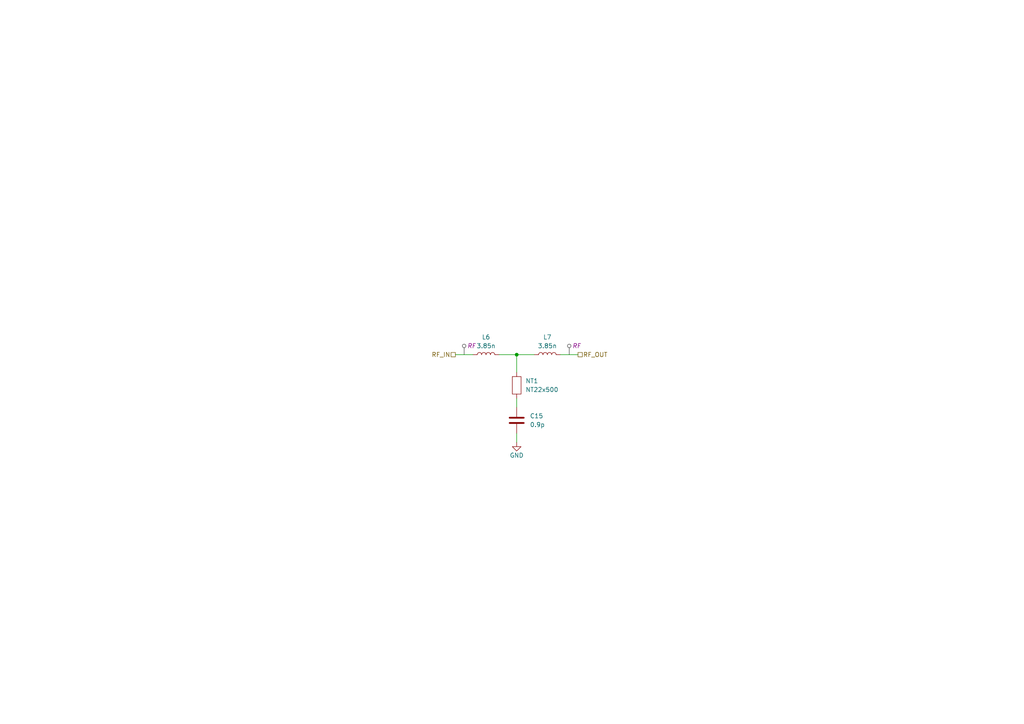
<source format=kicad_sch>
(kicad_sch
	(version 20231120)
	(generator "eeschema")
	(generator_version "8.0")
	(uuid "38a3f22c-1fe0-4651-81f0-164dd08c6e82")
	(paper "A4")
	(title_block
		(title "S-Band 1W Amplifier Prototype")
		(date "2024-08-23")
		(rev "0")
		(company "Wireless and Control Systems LLC")
		(comment 1 "Dan Tatum")
	)
	(lib_symbols
		(symbol "power:GND"
			(power)
			(pin_numbers hide)
			(pin_names
				(offset 0) hide)
			(exclude_from_sim no)
			(in_bom yes)
			(on_board yes)
			(property "Reference" "#PWR"
				(at 0 -6.35 0)
				(effects
					(font
						(size 1.27 1.27)
					)
					(hide yes)
				)
			)
			(property "Value" "GND"
				(at 0 -3.81 0)
				(effects
					(font
						(size 1.27 1.27)
					)
				)
			)
			(property "Footprint" ""
				(at 0 0 0)
				(effects
					(font
						(size 1.27 1.27)
					)
					(hide yes)
				)
			)
			(property "Datasheet" ""
				(at 0 0 0)
				(effects
					(font
						(size 1.27 1.27)
					)
					(hide yes)
				)
			)
			(property "Description" "Power symbol creates a global label with name \"GND\" , ground"
				(at 0 0 0)
				(effects
					(font
						(size 1.27 1.27)
					)
					(hide yes)
				)
			)
			(property "ki_keywords" "global power"
				(at 0 0 0)
				(effects
					(font
						(size 1.27 1.27)
					)
					(hide yes)
				)
			)
			(symbol "GND_0_1"
				(polyline
					(pts
						(xy 0 0) (xy 0 -1.27) (xy 1.27 -1.27) (xy 0 -2.54) (xy -1.27 -1.27) (xy 0 -1.27)
					)
					(stroke
						(width 0)
						(type default)
					)
					(fill
						(type none)
					)
				)
			)
			(symbol "GND_1_1"
				(pin power_in line
					(at 0 0 270)
					(length 0)
					(name "~"
						(effects
							(font
								(size 1.27 1.27)
							)
						)
					)
					(number "1"
						(effects
							(font
								(size 1.27 1.27)
							)
						)
					)
				)
			)
		)
		(symbol "proj_library:0906-4JLC"
			(pin_numbers hide)
			(pin_names
				(offset 1.016) hide)
			(exclude_from_sim no)
			(in_bom yes)
			(on_board yes)
			(property "Reference" "L"
				(at 1.27 2.54 0)
				(effects
					(font
						(size 1.27 1.27)
					)
					(justify left)
				)
			)
			(property "Value" "3.85n"
				(at 1.27 -2.54 0)
				(effects
					(font
						(size 1.27 1.27)
					)
					(justify left)
				)
			)
			(property "Footprint" "proj_library:CC0906-4L"
				(at 0 -3.81 0)
				(effects
					(font
						(size 1.27 1.27)
					)
					(hide yes)
				)
			)
			(property "Datasheet" ""
				(at 0 0 0)
				(effects
					(font
						(size 1.27 1.27)
					)
					(hide yes)
				)
			)
			(property "Description" "0906-4JLC"
				(at 0 0 0)
				(effects
					(font
						(size 1.27 1.27)
					)
					(hide yes)
				)
			)
			(property "Manufacturer" "Coilcraft"
				(at 0 3.81 0)
				(effects
					(font
						(size 1.27 1.27)
					)
					(hide yes)
				)
			)
			(property "ki_keywords" "ind inductor 0906"
				(at 0 0 0)
				(effects
					(font
						(size 1.27 1.27)
					)
					(hide yes)
				)
			)
			(property "ki_fp_filters" "Choke_* *Coil* Inductor_* L_*"
				(at 0 0 0)
				(effects
					(font
						(size 1.27 1.27)
					)
					(hide yes)
				)
			)
			(symbol "0906-4JLC_0_1"
				(arc
					(start 0 -2.54)
					(mid 0.6323 -1.905)
					(end 0 -1.27)
					(stroke
						(width 0)
						(type default)
					)
					(fill
						(type none)
					)
				)
				(arc
					(start 0 -1.27)
					(mid 0.6323 -0.635)
					(end 0 0)
					(stroke
						(width 0)
						(type default)
					)
					(fill
						(type none)
					)
				)
				(arc
					(start 0 0)
					(mid 0.6323 0.635)
					(end 0 1.27)
					(stroke
						(width 0)
						(type default)
					)
					(fill
						(type none)
					)
				)
				(arc
					(start 0 1.27)
					(mid 0.6323 1.905)
					(end 0 2.54)
					(stroke
						(width 0)
						(type default)
					)
					(fill
						(type none)
					)
				)
			)
			(symbol "0906-4JLC_1_1"
				(pin passive line
					(at 0 3.81 270)
					(length 1.27)
					(name "1"
						(effects
							(font
								(size 1.27 1.27)
							)
						)
					)
					(number "1"
						(effects
							(font
								(size 1.27 1.27)
							)
						)
					)
				)
				(pin passive line
					(at 0 -3.81 90)
					(length 1.27)
					(name "2"
						(effects
							(font
								(size 1.27 1.27)
							)
						)
					)
					(number "2"
						(effects
							(font
								(size 1.27 1.27)
							)
						)
					)
				)
			)
		)
		(symbol "proj_library:NT22x500"
			(pin_numbers hide)
			(pin_names
				(offset 0.254)
			)
			(exclude_from_sim no)
			(in_bom no)
			(on_board yes)
			(property "Reference" "NT"
				(at 1.27 2.54 0)
				(effects
					(font
						(size 1.27 1.27)
					)
					(justify left)
				)
			)
			(property "Value" "NT22x500"
				(at 1.27 -2.54 0)
				(effects
					(font
						(size 1.27 1.27)
					)
					(justify left)
				)
			)
			(property "Footprint" "proj_library:NT22x500"
				(at 0 -3.81 0)
				(effects
					(font
						(size 1.27 1.27)
					)
					(hide yes)
				)
			)
			(property "Datasheet" ""
				(at 0 0 0)
				(effects
					(font
						(size 1.27 1.27)
					)
					(hide yes)
				)
			)
			(property "Description" "Net tie 22x500mil"
				(at 0 0 0)
				(effects
					(font
						(size 1.27 1.27)
					)
					(hide yes)
				)
			)
			(property "ki_keywords" "net tie"
				(at 0 0 0)
				(effects
					(font
						(size 1.27 1.27)
					)
					(hide yes)
				)
			)
			(property "ki_fp_filters" "C_*"
				(at 0 0 0)
				(effects
					(font
						(size 1.27 1.27)
					)
					(hide yes)
				)
			)
			(symbol "NT22x500_0_1"
				(rectangle
					(start -1.27 2.54)
					(end 1.27 -2.54)
					(stroke
						(width 0)
						(type default)
					)
					(fill
						(type none)
					)
				)
			)
			(symbol "NT22x500_1_1"
				(pin passive line
					(at 0 3.81 270)
					(length 1.27)
					(name ""
						(effects
							(font
								(size 1.27 1.27)
							)
						)
					)
					(number "1"
						(effects
							(font
								(size 1.27 1.27)
							)
						)
					)
				)
				(pin passive line
					(at 0 -3.81 90)
					(length 1.27)
					(name ""
						(effects
							(font
								(size 1.27 1.27)
							)
						)
					)
					(number "2"
						(effects
							(font
								(size 1.27 1.27)
							)
						)
					)
				)
			)
		)
		(symbol "proj_library:QSCP251Q0R9B1GV001T"
			(pin_numbers hide)
			(pin_names
				(offset 0.254)
			)
			(exclude_from_sim no)
			(in_bom yes)
			(on_board yes)
			(property "Reference" "C"
				(at 0.635 2.54 0)
				(effects
					(font
						(size 1.27 1.27)
					)
					(justify left)
				)
			)
			(property "Value" "0.9p"
				(at 0.635 -2.54 0)
				(effects
					(font
						(size 1.27 1.27)
					)
					(justify left)
				)
			)
			(property "Footprint" "proj_library:RFC0603"
				(at 0 -3.81 0)
				(effects
					(font
						(size 1.27 1.27)
					)
					(hide yes)
				)
			)
			(property "Datasheet" ""
				(at 0 0 0)
				(effects
					(font
						(size 1.27 1.27)
					)
					(hide yes)
				)
			)
			(property "Description" "CAP CER 0.9PF 250V C0G/NP0 0603"
				(at 0 0 0)
				(effects
					(font
						(size 1.27 1.27)
					)
					(hide yes)
				)
			)
			(property "ki_keywords" "C cap capacitor"
				(at 0 0 0)
				(effects
					(font
						(size 1.27 1.27)
					)
					(hide yes)
				)
			)
			(property "ki_fp_filters" "C_*"
				(at 0 0 0)
				(effects
					(font
						(size 1.27 1.27)
					)
					(hide yes)
				)
			)
			(symbol "QSCP251Q0R9B1GV001T_0_1"
				(polyline
					(pts
						(xy -2.032 -0.762) (xy 2.032 -0.762)
					)
					(stroke
						(width 0.508)
						(type default)
					)
					(fill
						(type none)
					)
				)
				(polyline
					(pts
						(xy -2.032 0.762) (xy 2.032 0.762)
					)
					(stroke
						(width 0.508)
						(type default)
					)
					(fill
						(type none)
					)
				)
			)
			(symbol "QSCP251Q0R9B1GV001T_1_1"
				(pin passive line
					(at 0 3.81 270)
					(length 2.794)
					(name "~"
						(effects
							(font
								(size 1.27 1.27)
							)
						)
					)
					(number "1"
						(effects
							(font
								(size 1.27 1.27)
							)
						)
					)
				)
				(pin passive line
					(at 0 -3.81 90)
					(length 2.794)
					(name "~"
						(effects
							(font
								(size 1.27 1.27)
							)
						)
					)
					(number "2"
						(effects
							(font
								(size 1.27 1.27)
							)
						)
					)
				)
			)
		)
	)
	(junction
		(at 149.86 102.87)
		(diameter 0)
		(color 0 0 0 0)
		(uuid "8b94b681-80d8-4300-a4ce-b75d0431d27f")
	)
	(wire
		(pts
			(xy 144.78 102.87) (xy 149.86 102.87)
		)
		(stroke
			(width 0)
			(type default)
		)
		(uuid "2631ce7b-2c64-47ae-a96f-f169dab81497")
	)
	(wire
		(pts
			(xy 149.86 125.73) (xy 149.86 128.27)
		)
		(stroke
			(width 0)
			(type default)
		)
		(uuid "35bf3585-04f6-4d35-91b6-53aae5c1e22e")
	)
	(wire
		(pts
			(xy 132.08 102.87) (xy 137.16 102.87)
		)
		(stroke
			(width 0)
			(type default)
		)
		(uuid "59de88e5-c937-4627-bd79-7ec70203c956")
	)
	(wire
		(pts
			(xy 162.56 102.87) (xy 167.64 102.87)
		)
		(stroke
			(width 0)
			(type default)
		)
		(uuid "5d45875d-8d91-4d5b-bdef-77f0753a94ab")
	)
	(wire
		(pts
			(xy 149.86 102.87) (xy 154.94 102.87)
		)
		(stroke
			(width 0)
			(type default)
		)
		(uuid "6057df50-05e1-4311-a5d5-6aa884c493dc")
	)
	(wire
		(pts
			(xy 149.86 115.57) (xy 149.86 118.11)
		)
		(stroke
			(width 0)
			(type default)
		)
		(uuid "bda0f2f2-96c5-4633-95f9-8887338ff1fa")
	)
	(wire
		(pts
			(xy 149.86 102.87) (xy 149.86 107.95)
		)
		(stroke
			(width 0)
			(type default)
		)
		(uuid "db8eb9e8-1a7b-453a-945a-15029bdb1eef")
	)
	(hierarchical_label "RF_OUT"
		(shape passive)
		(at 167.64 102.87 0)
		(fields_autoplaced yes)
		(effects
			(font
				(size 1.27 1.27)
			)
			(justify left)
		)
		(uuid "a2b8745b-5859-4830-850a-a20514986ec4")
	)
	(hierarchical_label "RF_IN"
		(shape passive)
		(at 132.08 102.87 180)
		(fields_autoplaced yes)
		(effects
			(font
				(size 1.27 1.27)
			)
			(justify right)
		)
		(uuid "a7309b55-6f47-49be-a19c-d69588ae301f")
	)
	(netclass_flag ""
		(length 2.54)
		(shape round)
		(at 134.62 102.87 0)
		(effects
			(font
				(size 1.27 1.27)
			)
			(justify left bottom)
		)
		(uuid "7e6284c5-d9da-44aa-bcab-ffb223853154")
		(property "Netclass" "RF"
			(at 135.509 100.33 0)
			(effects
				(font
					(size 1.27 1.27)
					(italic yes)
				)
				(justify left)
			)
		)
	)
	(netclass_flag ""
		(length 2.54)
		(shape round)
		(at 165.1 102.87 0)
		(effects
			(font
				(size 1.27 1.27)
			)
			(justify left bottom)
		)
		(uuid "cf09b541-b777-43f5-8ac9-c2298e903f28")
		(property "Netclass" "RF"
			(at 165.989 100.33 0)
			(effects
				(font
					(size 1.27 1.27)
					(italic yes)
				)
				(justify left)
			)
		)
	)
	(symbol
		(lib_id "power:GND")
		(at 149.86 128.27 0)
		(unit 1)
		(exclude_from_sim no)
		(in_bom yes)
		(on_board yes)
		(dnp no)
		(uuid "04f69121-6644-4775-a576-af386ee98825")
		(property "Reference" "#PWR021"
			(at 149.86 134.62 0)
			(effects
				(font
					(size 1.27 1.27)
				)
				(hide yes)
			)
		)
		(property "Value" "GND"
			(at 149.86 132.08 0)
			(effects
				(font
					(size 1.27 1.27)
				)
			)
		)
		(property "Footprint" ""
			(at 149.86 128.27 0)
			(effects
				(font
					(size 1.27 1.27)
				)
				(hide yes)
			)
		)
		(property "Datasheet" ""
			(at 149.86 128.27 0)
			(effects
				(font
					(size 1.27 1.27)
				)
				(hide yes)
			)
		)
		(property "Description" "Power symbol creates a global label with name \"GND\" , ground"
			(at 149.86 128.27 0)
			(effects
				(font
					(size 1.27 1.27)
				)
				(hide yes)
			)
		)
		(pin "1"
			(uuid "30d7f4cf-4290-4d4c-8de4-6a98ae84c938")
		)
		(instances
			(project "Uno_S-Band_1W"
				(path "/e63e39d7-6ac0-4ffd-8aa3-1841a4541b55/7bf19605-9e8a-46f5-87f1-c3d744e6984f"
					(reference "#PWR021")
					(unit 1)
				)
			)
		)
	)
	(symbol
		(lib_id "proj_library:NT22x500")
		(at 149.86 111.76 0)
		(unit 1)
		(exclude_from_sim no)
		(in_bom no)
		(on_board yes)
		(dnp no)
		(fields_autoplaced yes)
		(uuid "35f0dd16-e104-422f-b2f5-364709dbcdaa")
		(property "Reference" "NT1"
			(at 152.4 110.4899 0)
			(effects
				(font
					(size 1.27 1.27)
				)
				(justify left)
			)
		)
		(property "Value" "NT22x500"
			(at 152.4 113.0299 0)
			(effects
				(font
					(size 1.27 1.27)
				)
				(justify left)
			)
		)
		(property "Footprint" "proj_library:NT22x500"
			(at 149.86 115.57 0)
			(effects
				(font
					(size 1.27 1.27)
				)
				(hide yes)
			)
		)
		(property "Datasheet" ""
			(at 149.86 111.76 0)
			(effects
				(font
					(size 1.27 1.27)
				)
				(hide yes)
			)
		)
		(property "Description" "Net tie 22x500mil"
			(at 149.86 111.76 0)
			(effects
				(font
					(size 1.27 1.27)
				)
				(hide yes)
			)
		)
		(pin "1"
			(uuid "3dc4b3a8-2c5a-4e77-af76-0822df55b9c3")
		)
		(pin "2"
			(uuid "ad28180f-62f8-43fa-b297-161d08497d28")
		)
		(instances
			(project ""
				(path "/e63e39d7-6ac0-4ffd-8aa3-1841a4541b55/7bf19605-9e8a-46f5-87f1-c3d744e6984f"
					(reference "NT1")
					(unit 1)
				)
			)
		)
	)
	(symbol
		(lib_id "proj_library:0906-4JLC")
		(at 140.97 102.87 90)
		(unit 1)
		(exclude_from_sim no)
		(in_bom yes)
		(on_board yes)
		(dnp no)
		(fields_autoplaced yes)
		(uuid "490149fe-4a01-4483-8647-14960ddddfd2")
		(property "Reference" "L6"
			(at 140.97 97.79 90)
			(effects
				(font
					(size 1.27 1.27)
				)
			)
		)
		(property "Value" "3.85n"
			(at 140.97 100.33 90)
			(effects
				(font
					(size 1.27 1.27)
				)
			)
		)
		(property "Footprint" "proj_library:CC0906-4L"
			(at 144.78 102.87 0)
			(effects
				(font
					(size 1.27 1.27)
				)
				(hide yes)
			)
		)
		(property "Datasheet" ""
			(at 140.97 102.87 0)
			(effects
				(font
					(size 1.27 1.27)
				)
				(hide yes)
			)
		)
		(property "Description" "0906-4JLC"
			(at 140.97 102.87 0)
			(effects
				(font
					(size 1.27 1.27)
				)
				(hide yes)
			)
		)
		(property "Manufacturer" "Coilcraft"
			(at 137.16 102.87 0)
			(effects
				(font
					(size 1.27 1.27)
				)
				(hide yes)
			)
		)
		(pin "1"
			(uuid "3b391752-8732-42ff-9b8e-4ac4fb50769c")
		)
		(pin "2"
			(uuid "4283c5b4-a213-467e-bb89-1e33238234a3")
		)
		(instances
			(project ""
				(path "/e63e39d7-6ac0-4ffd-8aa3-1841a4541b55/7bf19605-9e8a-46f5-87f1-c3d744e6984f"
					(reference "L6")
					(unit 1)
				)
			)
		)
	)
	(symbol
		(lib_id "proj_library:0906-4JLC")
		(at 158.75 102.87 90)
		(unit 1)
		(exclude_from_sim no)
		(in_bom yes)
		(on_board yes)
		(dnp no)
		(fields_autoplaced yes)
		(uuid "750315ee-9fed-47e8-be3b-aa529a78e59e")
		(property "Reference" "L7"
			(at 158.75 97.79 90)
			(effects
				(font
					(size 1.27 1.27)
				)
			)
		)
		(property "Value" "3.85n"
			(at 158.75 100.33 90)
			(effects
				(font
					(size 1.27 1.27)
				)
			)
		)
		(property "Footprint" "proj_library:CC0906-4L"
			(at 162.56 102.87 0)
			(effects
				(font
					(size 1.27 1.27)
				)
				(hide yes)
			)
		)
		(property "Datasheet" ""
			(at 158.75 102.87 0)
			(effects
				(font
					(size 1.27 1.27)
				)
				(hide yes)
			)
		)
		(property "Description" "0906-4JLC"
			(at 158.75 102.87 0)
			(effects
				(font
					(size 1.27 1.27)
				)
				(hide yes)
			)
		)
		(property "Manufacturer" "Coilcraft"
			(at 154.94 102.87 0)
			(effects
				(font
					(size 1.27 1.27)
				)
				(hide yes)
			)
		)
		(pin "1"
			(uuid "2e597084-42f9-400c-b52d-9d48a60a447a")
		)
		(pin "2"
			(uuid "45c77788-9045-4b7b-b010-d1c8752c7a52")
		)
		(instances
			(project "Uno_S-Band_1W"
				(path "/e63e39d7-6ac0-4ffd-8aa3-1841a4541b55/7bf19605-9e8a-46f5-87f1-c3d744e6984f"
					(reference "L7")
					(unit 1)
				)
			)
		)
	)
	(symbol
		(lib_id "proj_library:QSCP251Q0R9B1GV001T")
		(at 149.86 121.92 0)
		(unit 1)
		(exclude_from_sim no)
		(in_bom yes)
		(on_board yes)
		(dnp no)
		(fields_autoplaced yes)
		(uuid "a5d6de76-4445-4d89-9e6e-6150c90dd8d2")
		(property "Reference" "C15"
			(at 153.67 120.6499 0)
			(effects
				(font
					(size 1.27 1.27)
				)
				(justify left)
			)
		)
		(property "Value" "0.9p"
			(at 153.67 123.1899 0)
			(effects
				(font
					(size 1.27 1.27)
				)
				(justify left)
			)
		)
		(property "Footprint" "proj_library:RFC0603"
			(at 149.86 125.73 0)
			(effects
				(font
					(size 1.27 1.27)
				)
				(hide yes)
			)
		)
		(property "Datasheet" ""
			(at 149.86 121.92 0)
			(effects
				(font
					(size 1.27 1.27)
				)
				(hide yes)
			)
		)
		(property "Description" "CAP CER 0.9PF 250V C0G/NP0 0603"
			(at 149.86 121.92 0)
			(effects
				(font
					(size 1.27 1.27)
				)
				(hide yes)
			)
		)
		(pin "2"
			(uuid "019b0468-cc0e-4fc9-8780-d4840380a843")
		)
		(pin "1"
			(uuid "76f750c4-f499-4287-ae70-024804ea2c27")
		)
		(instances
			(project ""
				(path "/e63e39d7-6ac0-4ffd-8aa3-1841a4541b55/7bf19605-9e8a-46f5-87f1-c3d744e6984f"
					(reference "C15")
					(unit 1)
				)
			)
		)
	)
)

</source>
